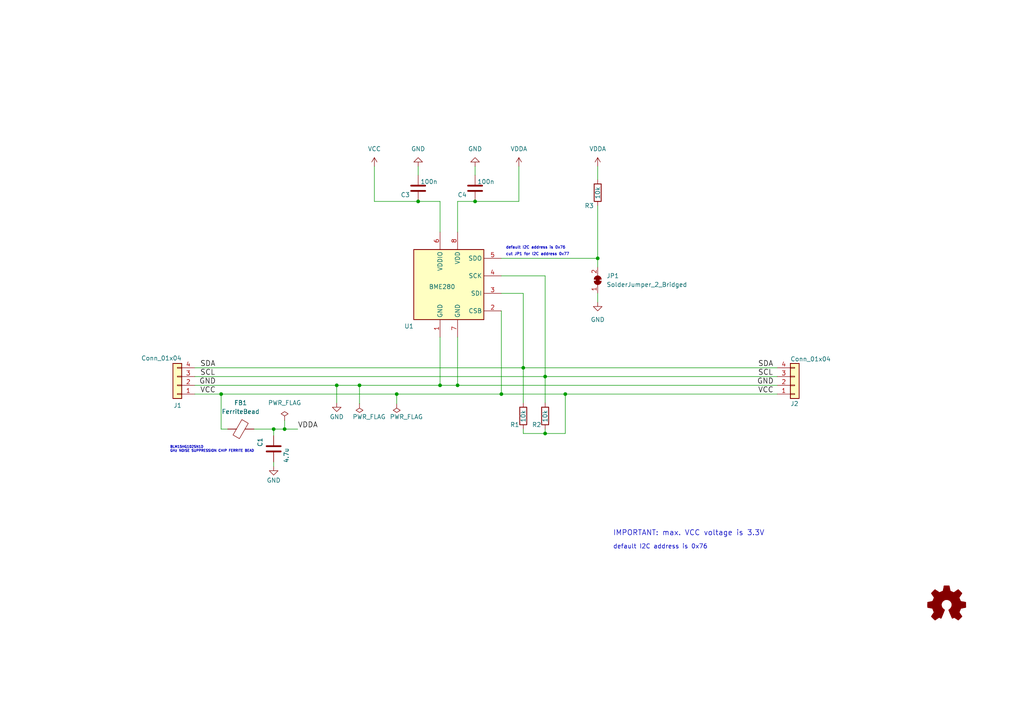
<source format=kicad_sch>
(kicad_sch (version 20211123) (generator eeschema)
  (paper "A4")
  (title_block (title "I2C_Module_BME280_FUEL4EP") (date "2024-02-08") (rev "1.3") (company "FUEL4EP") (comment 1 "fitting to  HB-UNI-SEN-BATT_ATMega1284P_E07-868MS10_FUEL4EP") (comment 2 "Creative Commons License, non-commercial"))
  (lib_symbols
    (symbol "Connector_Generic:Conn_01x04" (pin_names (offset 1.016) hide)
      (property "Reference" "J" (at 0 5.08 0))
      (property "Value" "Conn_01x04" (at 0 -7.62 0))
      (symbol "Conn_01x04_1_1"
        (rectangle (start -1.27 -4.953) (end 0 -5.207) (stroke (width 0.1524)))
        (rectangle (start -1.27 -2.413) (end 0 -2.667) (stroke (width 0.1524)))
        (rectangle (start -1.27 0.127) (end 0 -0.127) (stroke (width 0.1524)))
        (rectangle (start -1.27 2.667) (end 0 2.413) (stroke (width 0.1524)))
        (rectangle (start -1.27 3.81) (end 1.27 -6.35) (stroke (width 0.254)) (fill (type background)))
        (pin passive line (at -5.08 2.54 0) (length 3.81) (name "Pin_1") (number "1"))
        (pin passive line (at -5.08 0 0) (length 3.81) (name "Pin_2") (number "2"))
        (pin passive line (at -5.08 -2.54 0) (length 3.81) (name "Pin_3") (number "3"))
        (pin passive line (at -5.08 -5.08 0) (length 3.81) (name "Pin_4") (number "4"))
      )
    )
    (symbol "Device:C" (pin_numbers hide) (pin_names (offset 0.254))
      (property "Reference" "C" (at 0.635 2.54 0))
      (property "Value" "C" (at 0.635 -2.54 0))
      (symbol "C_0_1"
        (polyline (pts (xy -2.032 -0.762) (xy 2.032 -0.762)) (stroke (width 0.508)))
        (polyline (pts (xy -2.032 0.762) (xy 2.032 0.762)) (stroke (width 0.508)))
      )
      (symbol "C_1_1"
        (pin passive line (at 0 3.81 270) (length 2.794) (name "~") (number "1"))
        (pin passive line (at 0 -3.81 90) (length 2.794) (name "~") (number "2"))
      )
    )
    (symbol "Device:FerriteBead" (pin_numbers hide) (pin_names (offset 0))
      (property "Reference" "FB" (at -3.81 0.635 90))
      (property "Value" "FerriteBead" (at 3.81 0 90))
      (symbol "FerriteBead_0_1"
        (polyline (pts (xy 0 -1.27) (xy 0 -1.2192)))
        (polyline (pts (xy 0 1.27) (xy 0 1.2954)))
        (polyline (pts (xy -2.7686 0.4064) (xy -1.7018 2.2606) (xy 2.7686 -0.3048) (xy 1.6764 -2.159) (xy -2.7686 0.4064)))
      )
      (symbol "FerriteBead_1_1"
        (pin passive line (at 0 3.81 270) (length 2.54) (name "~") (number "1"))
        (pin passive line (at 0 -3.81 90) (length 2.54) (name "~") (number "2"))
      )
    )
    (symbol "Device:R" (pin_numbers hide) (pin_names (offset 0))
      (property "Reference" "R" (at 2.032 0 90))
      (property "Value" "R" (at 0 0 90))
      (symbol "R_0_1"
        (rectangle (start -1.016 -2.54) (end 1.016 2.54) (stroke (width 0.254)))
      )
      (symbol "R_1_1"
        (pin passive line (at 0 3.81 270) (length 1.27) (name "~") (number "1"))
        (pin passive line (at 0 -3.81 90) (length 1.27) (name "~") (number "2"))
      )
    )
    (symbol "Graphic:Logo_Open_Hardware_Small" (pin_names (offset 1.016))
      (symbol "Logo_Open_Hardware_Small_0_1"
        (polyline (pts (xy 3.3528 -4.3434) (xy 3.302 -4.318) (xy 3.175 -4.2418) (xy 2.9972 -4.1148) (xy 2.7686 -3.9624) (xy 2.54 -3.81) (xy 2.3622 -3.7084) (xy 2.2352 -3.6068) (xy 2.1844 -3.5814) (xy 2.159 -3.6068) (xy 2.0574 -3.6576) (xy 1.905 -3.7338) (xy 1.8034 -3.7846) (xy 1.6764 -3.8354) (xy 1.6002 -3.8354) (xy 1.6002 -3.8354) (xy 1.5494 -3.7338) (xy 1.4732 -3.5306) (xy 1.3462 -3.302) (xy 1.2446 -3.0226) (xy 1.1176 -2.7178) (xy 0.9652 -2.413) (xy 0.8636 -2.1082) (xy 0.7366 -1.8288) (xy 0.6604 -1.6256) (xy 0.6096 -1.4732) (xy 0.5842 -1.397) (xy 0.5842 -1.397) (xy 0.6604 -1.3208) (xy 0.7874 -1.2446) (xy 1.0414 -1.016) (xy 1.2954 -0.6858) (xy 1.4478 -0.3302) (xy 1.524 0.0762) (xy 1.4732 0.4572) (xy 1.3208 0.8128) (xy 1.0668 1.143) (xy 0.762 1.3716) (xy 0.4064 1.524) (xy 0 1.5748) (xy -0.381 1.5494) (xy -0.7366 1.397) (xy -1.0668 1.143) (xy -1.2192 0.9906) (xy -1.397 0.6604) (xy -1.524 0.3048) (xy -1.524 0.2286) (xy -1.4986 -0.1778) (xy -1.397 -0.5334) (xy -1.1938 -0.8636) (xy -0.9144 -1.143) (xy -0.8636 -1.1684) (xy -0.7366 -1.27) (xy -0.635 -1.3462) (xy -0.5842 -1.397) (xy -1.0668 -2.5908) (xy -1.143 -2.794) (xy -1.2954 -3.1242) (xy -1.397 -3.4036) (xy -1.4986 -3.6322) (xy -1.5748 -3.7846) (xy -1.6002 -3.8354) (xy -1.6002 -3.8354) (xy -1.651 -3.8354) (xy -1.7272 -3.81) (xy -1.905 -3.7338) (xy -2.0066 -3.683) (xy -2.1336 -3.6068) (xy -2.2098 -3.5814) (xy -2.2606 -3.6068) (xy -2.3622 -3.683) (xy -2.54 -3.81) (xy -2.7686 -3.9624) (xy -2.9718 -4.0894) (xy -3.1496 -4.2164) (xy -3.302 -4.318) (xy -3.3528 -4.3434) (xy -3.3782 -4.3434) (xy -3.429 -4.318) (xy -3.5306 -4.2164) (xy -3.7084 -4.064) (xy -3.937 -3.8354) (xy -3.9624 -3.81) (xy -4.1656 -3.6068) (xy -4.318 -3.4544) (xy -4.4196 -3.3274) (xy -4.445 -3.2766) (xy -4.445 -3.2766) (xy -4.4196 -3.2258) (xy -4.318 -3.0734) (xy -4.2164 -2.8956) (xy -4.064 -2.667) (xy -3.6576 -2.0828) (xy -3.8862 -1.5494) (xy -3.937 -1.3716) (xy -4.0386 -1.1684) (xy -4.0894 -1.0414) (xy -4.1148 -0.9652) (xy -4.191 -0.9398) (xy -4.318 -0.9144) (xy -4.5466 -0.8636) (xy -4.8006 -0.8128) (xy -5.0546 -0.7874) (xy -5.2578 -0.7366) (xy -5.4356 -0.7112) (xy -5.5118 -0.6858) (xy -5.5118 -0.6858) (xy -5.5372 -0.635) (xy -5.5372 -0.5588) (xy -5.5372 -0.4318) (xy -5.5626 -0.2286) (xy -5.5626 0.0762) (xy -5.5626 0.127) (xy -5.5372 0.4064) (xy -5.5372 0.635) (xy -5.5372 0.762) (xy -5.5372 0.8382) (xy -5.5372 0.8382) (xy -5.461 0.8382) (xy -5.3086 0.889) (xy -5.08 0.9144) (xy -4.826 0.9652) (xy -4.8006 0.9906) (xy -4.5466 1.0414) (xy -4.318 1.0668) (xy -4.1656 1.1176) (xy -4.0894 1.143) (xy -4.0894 1.143) (xy -4.0386 1.2446) (xy -3.9624 1.4224) (xy -3.8608 1.6256) (xy -3.7846 1.8288) (xy -3.7084 2.0066) (xy -3.6576 2.159) (xy -3.6322 2.2098) (xy -3.6322 2.2098) (xy -3.683 2.286) (xy -3.7592 2.413) (xy -3.8862 2.5908) (xy -4.064 2.8194) (xy -4.064 2.8448) (xy -4.2164 3.0734) (xy -4.3434 3.2512) (xy -4.4196 3.3782) (xy -4.445 3.4544) (xy -4.445 3.4544) (xy -4.3942 3.5052) (xy -4.2926 3.6322) (xy -4.1148 3.81) (xy -3.937 4.0132) (xy -3.8608 4.064) (xy -3.6576 4.2926) (xy -3.5052 4.4196) (xy -3.4036 4.4958) (xy -3.3528 4.5212) (xy -3.3528 4.5212) (xy -3.302 4.4704) (xy -3.1496 4.3688) (xy -2.9718 4.2418) (xy -2.7432 4.0894) (xy -2.7178 4.0894) (xy -2.4892 3.937) (xy -2.3114 3.81) (xy -2.1844 3.7084) (xy -2.1336 3.683) (xy -2.1082 3.683) (xy -2.032 3.7084) (xy -1.8542 3.7592) (xy -1.6764 3.8354) (xy -1.4732 3.937) (xy -1.27 4.0132) (xy -1.143 4.064) (xy -1.0668 4.1148) (xy -1.0668 4.1148) (xy -1.0414 4.191) (xy -1.016 4.3434) (xy -0.9652 4.572) (xy -0.9144 4.8514) (xy -0.889 4.9022) (xy -0.8382 5.1562) (xy -0.8128 5.3848) (xy -0.7874 5.5372) (xy -0.762 5.588) (xy -0.7112 5.6134) (xy -0.5842 5.6134) (xy -0.4064 5.6134) (xy -0.1524 5.6134) (xy 0.0762 5.6134) (xy 0.3302 5.6134) (xy 0.5334 5.6134) (xy 0.6858 5.588) (xy 0.7366 5.588) (xy 0.7366 5.588) (xy 0.762 5.5118) (xy 0.8128 5.334) (xy 0.8382 5.1054) (xy 0.9144 4.826) (xy 0.9144 4.7752) (xy 0.9652 4.5212) (xy 1.016 4.2926) (xy 1.0414 4.1402) (xy 1.0668 4.0894) (xy 1.0668 4.0894) (xy 1.1938 4.0386) (xy 1.3716 3.9624) (xy 1.5748 3.8608) (xy 2.0828 3.6576) (xy 2.7178 4.0894) (xy 2.7686 4.1402) (xy 2.9972 4.2926) (xy 3.175 4.4196) (xy 3.302 4.4958) (xy 3.3782 4.5212) (xy 3.3782 4.5212) (xy 3.429 4.4704) (xy 3.556 4.3434) (xy 3.7338 4.191) (xy 3.9116 3.9878) (xy 4.064 3.8354) (xy 4.2418 3.6576) (xy 4.3434 3.556) (xy 4.4196 3.4798) (xy 4.4196 3.429) (xy 4.4196 3.4036) (xy 4.3942 3.3274) (xy 4.2926 3.2004) (xy 4.1656 2.9972) (xy 4.0132 2.794) (xy 3.8862 2.5908) (xy 3.7592 2.3876) (xy 3.6576 2.2352) (xy 3.6322 2.159) (xy 3.6322 2.1336) (xy 3.683 2.0066) (xy 3.7592 1.8288) (xy 3.8608 1.6002) (xy 4.064 1.1176) (xy 4.3942 1.0414) (xy 4.5974 1.016) (xy 4.8768 0.9652) (xy 5.1308 0.9144) (xy 5.5372 0.8382) (xy 5.5626 -0.6604) (xy 5.4864 -0.6858) (xy 5.4356 -0.6858) (xy 5.2832 -0.7366) (xy 5.0546 -0.762) (xy 4.8006 -0.8128) (xy 4.5974 -0.8636) (xy 4.3688 -0.9144) (xy 4.2164 -0.9398) (xy 4.1402 -0.9398) (xy 4.1148 -0.9652) (xy 4.064 -1.0668) (xy 3.9878 -1.2446) (xy 3.9116 -1.4478) (xy 3.81 -1.651) (xy 3.7338 -1.8542) (xy 3.683 -2.0066) (xy 3.6576 -2.0828) (xy 3.683 -2.1336) (xy 3.7846 -2.2606) (xy 3.8862 -2.4638) (xy 4.0386 -2.667) (xy 4.191 -2.8956) (xy 4.318 -3.0734) (xy 4.3942 -3.2004) (xy 4.445 -3.2766) (xy 4.4196 -3.3274) (xy 4.3434 -3.429) (xy 4.1656 -3.5814) (xy 3.937 -3.8354) (xy 3.8862 -3.8608) (xy 3.683 -4.064) (xy 3.5306 -4.2164) (xy 3.4036 -4.318) (xy 3.3528 -4.3434)) (fill (type outline)))
      )
    )
    (symbol "Jumper:SolderJumper_2_Bridged" (pin_names (offset 0) hide)
      (property "Reference" "JP" (at 0 2.032 0))
      (property "Value" "SolderJumper_2_Bridged" (at 0 -2.54 0))
      (symbol "SolderJumper_2_Bridged_0_1"
        (rectangle (start -0.508 0.508) (end 0.508 -0.508) (fill (type outline)))
        (arc (start -0.254 1.016) (mid -1.27 0) (end -0.254 -1.016))
        (arc (start -0.254 1.016) (mid -1.27 0) (end -0.254 -1.016) (fill (type outline)))
        (polyline (pts (xy -0.254 1.016) (xy -0.254 -1.016)))
        (polyline (pts (xy 0.254 1.016) (xy 0.254 -1.016)))
        (arc (start 0.254 -1.016) (mid 1.27 0) (end 0.254 1.016))
        (arc (start 0.254 -1.016) (mid 1.27 0) (end 0.254 1.016) (fill (type outline)))
      )
      (symbol "SolderJumper_2_Bridged_1_1"
        (pin passive line (at -3.81 0 0) (length 2.54) (name "A") (number "1"))
        (pin passive line (at 3.81 0 180) (length 2.54) (name "B") (number "2"))
      )
    )
    (symbol "Sensor:BME280"
      (property "Reference" "U" (at -8.89 11.43 0))
      (property "Value" "BME280" (at 7.62 11.43 0))
      (symbol "BME280_0_1"
        (rectangle (start -10.16 10.16) (end 10.16 -10.16) (stroke (width 0.254)) (fill (type background)))
      )
      (symbol "BME280_1_1"
        (pin power_in line (at -2.54 -15.24 90) (length 5.08) (name "GND") (number "1"))
        (pin input line (at 15.24 -7.62 180) (length 5.08) (name "CSB") (number "2"))
        (pin bidirectional line (at 15.24 -2.54 180) (length 5.08) (name "SDI") (number "3"))
        (pin input line (at 15.24 2.54 180) (length 5.08) (name "SCK") (number "4"))
        (pin bidirectional line (at 15.24 7.62 180) (length 5.08) (name "SDO") (number "5"))
        (pin power_in line (at -2.54 15.24 270) (length 5.08) (name "VDDIO") (number "6"))
        (pin power_in line (at 2.54 -15.24 90) (length 5.08) (name "GND") (number "7"))
        (pin power_in line (at 2.54 15.24 270) (length 5.08) (name "VDD") (number "8"))
      )
    )
    (symbol "power:GND" (power) (pin_names (offset 0))
      (property "Value" "GND" (at 0 -3.81 0))
      (symbol "GND_0_1"
        (polyline (pts (xy 0 0) (xy 0 -1.27) (xy 1.27 -1.27) (xy 0 -2.54) (xy -1.27 -1.27) (xy 0 -1.27)))
      )
      (symbol "GND_1_1"
        (pin power_in line (at 0 0 270) (length 0) hide (name "GND") (number "1"))
      )
    )
    (symbol "power:PWR_FLAG" (power) (pin_numbers hide) (pin_names (offset 0) hide)
      (property "Value" "PWR_FLAG" (at 0 3.81 0))
      (symbol "PWR_FLAG_0_0"
        (pin power_out line (at 0 0 90) (length 0) (name "pwr") (number "1"))
      )
      (symbol "PWR_FLAG_0_1"
        (polyline (pts (xy 0 0) (xy 0 1.27) (xy -1.016 1.905) (xy 0 2.54) (xy 1.016 1.905) (xy 0 1.27)))
      )
    )
    (symbol "power:VCC" (power) (pin_names (offset 0))
      (property "Value" "VCC" (at 0 3.81 0))
      (symbol "VCC_0_1"
        (polyline (pts (xy -0.762 1.27) (xy 0 2.54)))
        (polyline (pts (xy 0 0) (xy 0 2.54)))
        (polyline (pts (xy 0 2.54) (xy 0.762 1.27)))
      )
      (symbol "VCC_1_1"
        (pin power_in line (at 0 0 90) (length 0) hide (name "VCC") (number "1"))
      )
    )
    (symbol "power:VDDA" (power) (pin_names (offset 0))
      (property "Value" "VDDA" (at 0 3.81 0))
      (symbol "VDDA_0_1"
        (polyline (pts (xy -0.762 1.27) (xy 0 2.54)))
        (polyline (pts (xy 0 0) (xy 0 2.54)))
        (polyline (pts (xy 0 2.54) (xy 0.762 1.27)))
      )
      (symbol "VDDA_1_1"
        (pin power_in line (at 0 0 90) (length 0) hide (name "VDDA") (number "1"))
      )
    )
  )
  (junction (at 158.115 109.22))
  (junction (at 64.135 114.3))
  (junction (at 115.062 114.3))
  (junction (at 132.715 111.76))
  (junction (at 137.795 58.42))
  (junction (at 158.115 125.73))
  (junction (at 79.375 124.46))
  (junction (at 121.285 58.42))
  (junction (at 97.663 111.76))
  (junction (at 151.765 106.68))
  (junction (at 104.267 111.76))
  (junction (at 127.635 111.76))
  (junction (at 145.415 114.3))
  (junction (at 163.957 114.3))
  (junction (at 82.55 124.46))
  (junction (at 173.355 74.93))
  (wire (pts (xy 151.765 85.09) (xy 151.765 106.68)))
  (wire (pts (xy 145.415 85.09) (xy 151.765 85.09)))
  (wire (pts (xy 56.515 109.22) (xy 158.115 109.22)))
  (wire (pts (xy 97.663 111.76) (xy 104.267 111.76)))
  (wire (pts (xy 158.115 125.73) (xy 163.957 125.73)))
  (wire (pts (xy 173.355 74.93) (xy 145.415 74.93)))
  (wire (pts (xy 145.415 80.01) (xy 158.115 80.01)))
  (wire (pts (xy 158.115 80.01) (xy 158.115 109.22)))
  (wire (pts (xy 158.115 109.22) (xy 225.425 109.22)))
  (wire (pts (xy 127.635 67.31) (xy 127.635 58.42)))
  (wire (pts (xy 173.355 48.26) (xy 173.355 52.07)))
  (wire (pts (xy 151.765 124.46) (xy 151.765 125.73)))
  (wire (pts (xy 56.515 106.68) (xy 151.765 106.68)))
  (wire (pts (xy 121.285 48.26) (xy 121.285 50.8)))
  (wire (pts (xy 158.115 124.46) (xy 158.115 125.73)))
  (wire (pts (xy 132.715 58.42) (xy 137.795 58.42)))
  (wire (pts (xy 86.36 124.46) (xy 82.55 124.46)))
  (wire (pts (xy 97.663 111.76) (xy 97.663 116.84)))
  (wire (pts (xy 150.495 48.26) (xy 150.495 58.42)))
  (wire (pts (xy 151.765 106.68) (xy 225.425 106.68)))
  (wire (pts (xy 115.062 117.094) (xy 115.062 114.3)))
  (wire (pts (xy 121.285 58.42) (xy 127.635 58.42)))
  (wire (pts (xy 79.375 133.985) (xy 79.375 135.255)))
  (wire (pts (xy 173.355 59.69) (xy 173.355 74.93)))
  (wire (pts (xy 173.355 85.09) (xy 173.355 87.63)))
  (wire (pts (xy 82.55 124.46) (xy 79.375 124.46)))
  (wire (pts (xy 132.715 97.79) (xy 132.715 111.76)))
  (wire (pts (xy 137.795 58.42) (xy 150.495 58.42)))
  (wire (pts (xy 104.267 111.76) (xy 127.635 111.76)))
  (wire (pts (xy 82.55 121.92) (xy 82.55 124.46)))
  (wire (pts (xy 173.355 74.93) (xy 173.355 77.47)))
  (wire (pts (xy 145.415 90.17) (xy 145.415 114.3)))
  (wire (pts (xy 79.375 124.46) (xy 79.375 126.365)))
  (wire (pts (xy 132.715 67.31) (xy 132.715 58.42)))
  (wire (pts (xy 151.765 106.68) (xy 151.765 116.84)))
  (wire (pts (xy 108.585 58.42) (xy 121.285 58.42)))
  (wire (pts (xy 64.135 114.3) (xy 115.062 114.3)))
  (wire (pts (xy 137.795 48.26) (xy 137.795 50.8)))
  (wire (pts (xy 127.635 111.76) (xy 132.715 111.76)))
  (wire (pts (xy 56.515 114.3) (xy 64.135 114.3)))
  (wire (pts (xy 64.135 124.46) (xy 66.04 124.46)))
  (wire (pts (xy 108.585 48.26) (xy 108.585 58.42)))
  (wire (pts (xy 158.115 109.22) (xy 158.115 116.84)))
  (wire (pts (xy 56.515 111.76) (xy 97.663 111.76)))
  (wire (pts (xy 163.957 125.73) (xy 163.957 114.3)))
  (wire (pts (xy 73.66 124.46) (xy 79.375 124.46)))
  (wire (pts (xy 132.715 111.76) (xy 225.425 111.76)))
  (wire (pts (xy 127.635 97.79) (xy 127.635 111.76)))
  (wire (pts (xy 115.062 114.3) (xy 145.415 114.3)))
  (wire (pts (xy 104.267 111.76) (xy 104.267 117.094)))
  (wire (pts (xy 64.135 114.3) (xy 64.135 124.46)))
  (wire (pts (xy 145.415 114.3) (xy 163.957 114.3)))
  (wire (pts (xy 163.957 114.3) (xy 225.425 114.3)))
  (wire (pts (xy 151.765 125.73) (xy 158.115 125.73)))
  (text "cut JP1 for I2C address 0x77\n" (at 146.685 74.295 0) (effects (font (size 0.8 0.8)) (justify left bottom)))
  (text "BLM15HG102SN1D\nGHz NOISE SUPPRESSION CHIP FERRITE BEAD" (at 49.276 131.318 0) (effects (font (size 0.7 0.7)) (justify left bottom)))
  (text "default I2C address is 0x76\n" (at 177.8 159.385 0) (effects (font (size 1.27 1.27)) (justify left bottom)))
  (text "default I2C address is 0x76\n" (at 146.685 72.39 0) (effects (font (size 0.8 0.8)) (justify left bottom)))
  (text "IMPORTANT: max. VCC voltage is 3.3V" (at 177.8 155.575 0) (effects (font (size 1.524 1.524)) (justify left bottom)))
  (label "SCL" (at 219.837 109.22 0) (effects (font (size 1.524 1.524))))
  (label "VCC" (at 219.837 114.3 0) (effects (font (size 1.524 1.524))))
  (label "VCC" (at 58.039 114.3 0) (effects (font (size 1.524 1.524))))
  (label "SDA" (at 219.837 106.68 0) (effects (font (size 1.524 1.524))))
  (label "SCL" (at 58.039 109.22 0) (effects (font (size 1.524 1.524))))
  (label "GND" (at 57.785 111.76 0) (effects (font (size 1.524 1.524))))
  (label "VDDA" (at 86.36 124.46 0) (effects (font (size 1.524 1.524))))
  (label "GND" (at 219.583 111.76 0) (effects (font (size 1.524 1.524))))
  (label "SDA" (at 58.039 106.68 0) (effects (font (size 1.524 1.524))))
  (symbol (lib_id "Connector_Generic:Conn_01x04") (at 230.505 111.76 0) (mirror x) (unit 1)
    (property "Reference" "J2" (at 229.235 117.094 0) (effects (justify left)))
    (property "Value" "Conn_01x04" (at 229.235 104.14 0) (effects (justify left)))
    (property "Footprint" "Connector_PinHeader_2.54mm:PinHeader_1x04_P2.54mm_Vertical" (effects hide))
  )
  (symbol (lib_id "Connector_Generic:Conn_01x04") (at 51.435 111.76 180) (unit 1)
    (property "Reference" "J1" (at 52.705 117.602 0) (effects (justify left)))
    (property "Value" "Conn_01x04" (at 52.705 103.886 0) (effects (justify left)))
    (property "Footprint" "Connector_PinHeader_2.54mm:PinHeader_1x04_P2.54mm_Vertical" (effects hide))
  )
  (symbol (lib_id "Graphic:Logo_Open_Hardware_Small") (at 274.574 175.514 0) (unit 1)
    (property "Reference" "LOGO1" (effects hide))
    (property "Value" "Logo_Open_Hardware_Small" (effects hide))
    (property "Footprint" "FUEL4EP:CC-BY-ND-SA" (effects hide))
  )
  (symbol (lib_id "Device:R") (at 151.765 120.65 0) (unit 1)
    (property "Reference" "R1" (at 147.955 123.19 0) (effects (justify left)))
    (property "Value" "10k" (at 151.765 122.555 90) (effects (justify left)))
    (property "Footprint" "Resistor_SMD:R_0402_1005Metric" (effects hide))
    (property "LCSC" "C25744" (effects hide))
    (property "TYPE" "0402" (effects hide))
  )
  (symbol (lib_id "power:GND") (at 121.285 48.26 180) (unit 1)
    (property "Reference" "#PWR04" (effects hide))
    (property "Value" "GND" (at 121.285 43.18 0))
  )
  (symbol (lib_id "Device:FerriteBead") (at 69.85 124.46 90) (unit 1)
    (property "Reference" "FB1" (at 69.7992 116.84 90))
    (property "Value" "FerriteBead" (at 69.7992 119.38 90))
    (property "Footprint" "Inductor_SMD:L_0402_1005Metric" (effects hide))
    (property "Datasheet" "https://www.murata.com/products/productdata/8796740223006/ENFA0024.pdf?1531144803000" (effects hide))
    (property "LCSC" "C76889" (effects hide))
    (property "TYPE" "0402" (effects hide))
  )
  (symbol (lib_id "Device:C") (at 137.795 54.61 0) (unit 1)
    (property "Reference" "C4" (at 132.715 56.515 0) (effects (justify left)))
    (property "Value" "100n" (at 138.43 52.705 0) (effects (justify left)))
    (property "Footprint" "Capacitor_SMD:C_0603_1608Metric" (effects hide))
    (property "LCSC" "C14663" (effects hide))
    (property "TYPE" "0603" (effects hide))
  )
  (symbol (lib_id "power:GND") (at 97.663 116.84 0) (unit 1)
    (property "Reference" "#PWR02" (effects hide))
    (property "Value" "GND" (at 97.663 120.904 0))
  )
  (symbol (lib_id "power:GND") (at 137.795 48.26 180) (unit 1)
    (property "Reference" "#PWR05" (effects hide))
    (property "Value" "GND" (at 137.795 43.18 0))
  )
  (symbol (lib_id "power:GND") (at 173.355 87.63 0) (unit 1)
    (property "Reference" "#PWR010" (effects hide))
    (property "Value" "GND" (at 173.355 92.71 0))
  )
  (symbol (lib_id "power:VCC") (at 108.585 48.26 0) (unit 1)
    (property "Reference" "#PWR03" (effects hide))
    (property "Value" "VCC" (at 108.585 43.18 0))
  )
  (symbol (lib_id "power:PWR_FLAG") (at 82.55 121.92 0) (unit 1)
    (property "Reference" "#FLG0101" (effects hide))
    (property "Value" "PWR_FLAG" (at 82.55 116.84 0))
  )
  (symbol (lib_id "Device:R") (at 173.355 55.88 0) (unit 1)
    (property "Reference" "R3" (at 169.545 59.69 0) (effects (justify left)))
    (property "Value" "10k" (at 173.355 57.785 90) (effects (justify left)))
    (property "Footprint" "Resistor_SMD:R_0402_1005Metric" (effects hide))
    (property "LCSC" "C25744" (effects hide))
    (property "TYPE" "0402" (effects hide))
  )
  (symbol (lib_id "Sensor:BME280") (at 130.175 82.55 0) (unit 1)
    (property "Reference" "U1" (at 120.015 94.615 0) (effects (justify right)))
    (property "Value" "BME280" (at 132.08 83.185 0) (effects (justify right)))
    (property "Footprint" "Package_LGA:Bosch_LGA-8_2.5x2.5mm_P0.65mm_ClockwisePinNumbering" (effects hide))
    (property "Datasheet" "https://ae-bst.resource.bosch.com/media/_tech/media/datasheets/BST-BME280-DS002.pdf" (effects hide))
    (property "LCSC" "C92489" (effects hide))
    (property "TYPE" "LGA-8" (effects hide))
  )
  (symbol (lib_id "power:PWR_FLAG") (at 115.062 117.094 180) (unit 1)
    (property "Reference" "#FLG0102" (effects hide))
    (property "Value" "PWR_FLAG" (at 113.03 120.904 0) (effects (justify right)))
  )
  (symbol (lib_id "Device:C") (at 79.375 130.175 0) (unit 1)
    (property "Reference" "C1" (at 75.438 128.27 90))
    (property "Value" "4.7u" (at 83.058 132.08 90))
    (property "Footprint" "Capacitor_SMD:C_0603_1608Metric" (effects hide))
    (property "LCSC" "C19666" (effects hide))
    (property "TYPE" "0603" (effects hide))
  )
  (symbol (lib_id "Device:C") (at 121.285 54.61 0) (unit 1)
    (property "Reference" "C3" (at 116.205 56.515 0) (effects (justify left)))
    (property "Value" "100n" (at 121.92 52.705 0) (effects (justify left)))
    (property "Footprint" "Capacitor_SMD:C_0603_1608Metric" (effects hide))
    (property "LCSC" "C14663" (effects hide))
    (property "TYPE" "0603" (effects hide))
  )
  (symbol (lib_id "power:VDDA") (at 173.355 48.26 0) (unit 1)
    (property "Reference" "#PWR0101" (effects hide))
    (property "Value" "VDDA" (at 173.355 43.18 0))
  )
  (symbol (lib_id "Jumper:SolderJumper_2_Bridged") (at 173.355 81.28 90) (unit 1)
    (property "Reference" "JP1" (at 175.895 80.0099 90) (effects (justify right)))
    (property "Value" "SolderJumper_2_Bridged" (at 175.895 82.5499 90) (effects (justify right)))
    (property "Footprint" "Jumper:SolderJumper-2_P1.3mm_Bridged_Pad1.0x1.5mm" (effects hide))
  )
  (symbol (lib_id "power:GND") (at 79.375 135.255 0) (unit 1)
    (property "Reference" "#PWR0103" (effects hide))
    (property "Value" "GND" (at 79.375 139.319 0))
  )
  (symbol (lib_id "power:PWR_FLAG") (at 104.267 117.094 180) (unit 1)
    (property "Reference" "#FLG02" (effects hide))
    (property "Value" "PWR_FLAG" (at 102.235 120.904 0) (effects (justify right)))
  )
  (symbol (lib_id "power:VDDA") (at 150.495 48.26 0) (unit 1)
    (property "Reference" "#PWR0102" (effects hide))
    (property "Value" "VDDA" (at 150.495 43.18 0))
  )
  (symbol (lib_id "Device:R") (at 158.115 120.65 0) (unit 1)
    (property "Reference" "R2" (at 154.305 123.19 0) (effects (justify left)))
    (property "Value" "10k" (at 158.115 122.555 90) (effects (justify left)))
    (property "Footprint" "Resistor_SMD:R_0402_1005Metric" (effects hide))
    (property "LCSC" "C25744" (effects hide))
    (property "TYPE" "0402" (effects hide))
  )
)
</source>
